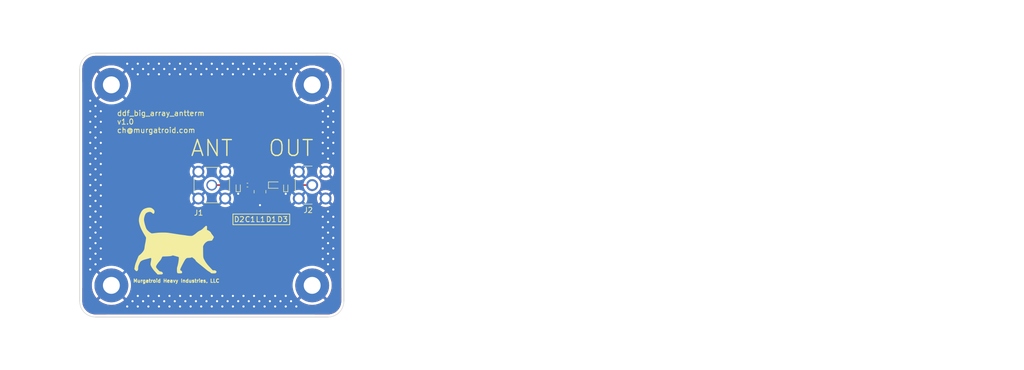
<source format=kicad_pcb>
(kicad_pcb (version 20211014) (generator pcbnew)
  (layers (0 "F.Cu" signal) (1 "In1.Cu" signal) (2 "In2.Cu" signal) (31 "B.Cu" signal) (34 "B.Paste" user) (35 "F.Paste" user) (36 "B.SilkS" user "B.Silkscreen") (37 "F.SilkS" user "F.Silkscreen") (38 "B.Mask" user) (39 "F.Mask" user) (44 "Edge.Cuts" user))
  (net 0 "")
  (net 1 "/ANT")
  (net 2 "/RET")
  (net 3 "/OUT")
  (net 4 "GND")
  (footprint "Diode_SMD:D_SOD-923" (layer "F.Cu") (at 119 65.45 90)
    (fp_text reference "D3" (at -6.05 -0.6 180) (layer "F.SilkS"))
    (fp_text value "ESD7951ST5G")
    (fp_line (start 0.5 -0.4) (end -0.8 -0.4) (layer "F.SilkS") (width 0.12))
    (fp_line (start 0.5 0.4) (end -0.8 0.4) (layer "F.SilkS") (width 0.12))
    (fp_line (start -0.8 -0.4) (end -0.8 0.4) (layer "F.SilkS") (width 0.12))
    (pad "1" smd rect (at -0.42 0 270) (size 0.36 0.25) (layers "F.Cu" "F.Paste" "F.Mask") (net 4 "GND"))
    (pad "2" smd rect (at 0.42 0 270) (size 0.36 0.25) (layers "F.Cu" "F.Paste" "F.Mask") (net 3 "/OUT"))
  )
  (footprint "ch:SMA_Horizontal" (layer "F.Cu") (at 124 65 180)
    (fp_text reference "J2" (at 0.75 -4.75 180) (layer "F.SilkS"))
    (fp_text value "Conn_Coaxial")
    (fp_line (start 0 3.6) (end 1.59 3.6) (layer "F.SilkS") (width 0.12))
    (fp_line (start 3.19 1.3) (end 3.19 -1.3) (layer "F.SilkS") (width 0.12))
    (fp_line (start 0 -3.6) (end 1.59 -3.6) (layer "F.SilkS") (width 0.12))
    (pad "1" thru_hole circle locked (at 0 0 180) (size 2.25 2.25) (drill 1.5) (layers *.Cu *.Mask) (net 3 "/OUT"))
    (pad "2" thru_hole circle locked (at -2.54 -2.54 180) (size 2.25 2.25) (drill 1.5) (layers *.Cu *.Mask) (net 4 "GND"))
    (pad "2" thru_hole circle locked (at -2.54 2.54 180) (size 2.25 2.25) (drill 1.5) (layers *.Cu *.Mask) (net 4 "GND"))
    (pad "2" thru_hole circle locked (at 2.54 2.54 270) (size 2.25 2.25) (drill 1.5) (layers *.Cu *.Mask) (net 4 "GND"))
    (pad "2" thru_hole circle locked (at 2.54 -2.54 180) (size 2.25 2.25) (drill 1.5) (layers *.Cu *.Mask) (net 4 "GND"))
  )
  (footprint "MountingHole:MountingHole_3.2mm_M3_Pad_TopBottom" (layer "F.Cu") (at 86 46)
    (fp_text reference "H2" hide)
    (fp_text value "MountingHole")
    (pad "1" connect circle locked (at 0 0) (size 6.4 6.4) (layers "B.Cu" "B.Mask") (net 4 "GND"))
    (pad "1" connect circle locked (at 0 0) (size 6.4 6.4) (layers "F.Cu" "F.Mask") (net 4 "GND"))
    (pad "1" thru_hole circle locked (at 0 0) (size 3.6 3.6) (drill 3.2) (layers *.Cu *.Mask) (net 4 "GND"))
  )
  (footprint "Capacitor_SMD:C_0402_1005Metric" (layer "F.Cu") (at 111.75 65)
    (fp_text reference "C1" (at 0.5 6.5) (layer "F.SilkS"))
    (fp_text value "390p NP0 50V")
    (fp_line (start -0.107836 0.36) (end 0.107836 0.36) (layer "F.SilkS") (width 0.12))
    (fp_line (start -0.107836 -0.36) (end 0.107836 -0.36) (layer "F.SilkS") (width 0.12))
    (pad "1" smd roundrect (at -0.48 0) (size 0.56 0.62) (layers "F.Cu" "F.Paste" "F.Mask") (net 1 "/ANT"))
    (pad "2" smd roundrect (at 0.48 0) (size 0.56 0.62) (layers "F.Cu" "F.Paste" "F.Mask") (net 2 "/RET"))
  )
  (footprint "MountingHole:MountingHole_3.2mm_M3_Pad_TopBottom" (layer "F.Cu") (at 124 46)
    (fp_text reference "H4" hide)
    (fp_text value "MountingHole")
    (pad "1" connect circle locked (at 0 0) (size 6.4 6.4) (layers "F.Cu" "F.Mask") (net 4 "GND"))
    (pad "1" thru_hole circle locked (at 0 0) (size 3.6 3.6) (drill 3.2) (layers *.Cu *.Mask) (net 4 "GND"))
    (pad "1" connect circle locked (at 0 0) (size 6.4 6.4) (layers "B.Cu" "B.Mask") (net 4 "GND"))
  )
  (footprint "Diode_SMD:D_SOD-523" (layer "F.Cu") (at 116.875 65)
    (fp_text reference "D1" (at -0.625 6.5) (layer "F.SilkS"))
    (fp_text value "SMP1340")
    (fp_line (start 0.7 0.6) (end -1.15 0.6) (layer "F.SilkS") (width 0.12))
    (fp_line (start 0.7 -0.6) (end -1.15 -0.6) (layer "F.SilkS") (width 0.12))
    (fp_line (start -1.15 -0.6) (end -1.15 0.6) (layer "F.SilkS") (width 0.12))
    (pad "1" smd rect (at -0.7 0 180) (size 0.6 0.7) (layers "F.Cu" "F.Paste" "F.Mask") (net 2 "/RET"))
    (pad "2" smd rect (at 0.7 0 180) (size 0.6 0.7) (layers "F.Cu" "F.Paste" "F.Mask") (net 3 "/OUT"))
  )
  (footprint "ch:SMA_Molex-73391-0070_Vertical" (layer "F.Cu") (at 105 65)
    (fp_text reference "J1" (at -2.5 5.25) (layer "F.SilkS"))
    (fp_text value "Conn_Coaxial")
    (fp_line (start -1.45 3.355) (end 1.45 3.355) (layer "F.SilkS") (width 0.12))
    (fp_line (start -3.355 -1.45) (end -3.355 1.45) (layer "F.SilkS") (width 0.12))
    (fp_line (start -1.45 -3.355) (end 1.45 -3.355) (layer "F.SilkS") (width 0.12))
    (fp_line (start 3.355 -1.45) (end 3.355 1.45) (layer "F.SilkS") (width 0.12))
    (pad "1" thru_hole circle locked (at 0 0) (size 2.05 2.05) (drill 1.5) (layers *.Cu *.Mask) (net 1 "/ANT"))
    (pad "2" thru_hole circle locked (at 2.54 2.54) (size 2.25 2.25) (drill 1.5) (layers *.Cu *.Mask) (net 4 "GND"))
    (pad "2" thru_hole circle locked (at 2.54 -2.54) (size 2.25 2.25) (drill 1.5) (layers *.Cu *.Mask) (net 4 "GND"))
    (pad "2" thru_hole circle locked (at -2.54 -2.54) (size 2.25 2.25) (drill 1.5) (layers *.Cu *.Mask) (net 4 "GND"))
    (pad "2" thru_hole circle locked (at -2.54 2.54) (size 2.25 2.25) (drill 1.5) (layers *.Cu *.Mask) (net 4 "GND"))
  )
  (footprint "ch:IMC1008" (layer "F.Cu") (at 114.125 66.25 -90)
    (fp_text reference "L1" (at 5.25 -0.1) (layer "F.SilkS"))
    (fp_text value "560n")
    (fp_line (start -0.261252 -1.11) (end 0.261252 -1.11) (layer "F.SilkS") (width 0.12))
    (fp_line (start -0.261252 1.11) (end 0.261252 1.11) (layer "F.SilkS") (width 0.12))
    (pad "1" smd roundrect (at -1.25 0 90) (size 1.3 2.54) (layers "F.Cu" "F.Paste" "F.Mask") (roundrect_rratio 0.2) (net 2 "/RET"))
    (pad "2" smd roundrect (at 1.25 0 270) (size 1.3 2.54) (layers "F.Cu" "F.Paste" "F.Mask") (roundrect_rratio 0.2) (net 4 "GND"))
  )
  (footprint "MountingHole:MountingHole_3.2mm_M3_Pad_TopBottom" (layer "F.Cu") (at 86 84)
    (fp_text reference "H3" hide)
    (fp_text value "MountingHole")
    (pad "1" thru_hole circle locked (at 0 0) (size 3.6 3.6) (drill 3.2) (layers *.Cu *.Mask) (net 4 "GND"))
    (pad "1" connect circle locked (at 0 0) (size 6.4 6.4) (layers "B.Cu" "B.Mask") (net 4 "GND"))
    (pad "1" connect circle locked (at 0 0) (size 6.4 6.4) (layers "F.Cu" "F.Mask") (net 4 "GND"))
  )
  (footprint "Diode_SMD:D_SOD-923" (layer "F.Cu") (at 110 65.44 90)
    (fp_text reference "D2" (at -6.06 0.2 180) (layer "F.SilkS"))
    (fp_text value "ESD7951ST5G")
    (fp_line (start 0.5 -0.4) (end -0.8 -0.4) (layer "F.SilkS") (width 0.12))
    (fp_line (start -0.8 -0.4) (end -0.8 0.4) (layer "F.SilkS") (width 0.12))
    (fp_line (start 0.5 0.4) (end -0.8 0.4) (layer "F.SilkS") (width 0.12))
    (pad "1" smd rect (at -0.42 0 270) (size 0.36 0.25) (layers "F.Cu" "F.Paste" "F.Mask") (net 4 "GND"))
    (pad "2" smd rect (at 0.42 0 270) (size 0.36 0.25) (layers "F.Cu" "F.Paste" "F.Mask") (net 1 "/ANT"))
  )
  (footprint "MountingHole:MountingHole_3.2mm_M3_Pad_TopBottom" (layer "F.Cu") (at 124 84)
    (fp_text reference "H1" hide)
    (fp_text value "MountingHole")
    (pad "1" connect circle locked (at 0 0) (size 6.4 6.4) (layers "F.Cu" "F.Mask") (net 4 "GND"))
    (pad "1" thru_hole circle locked (at 0 0) (size 3.6 3.6) (drill 3.2) (layers *.Cu *.Mask) (net 4 "GND"))
    (pad "1" connect circle locked (at 0 0) (size 6.4 6.4) (layers "B.Cu" "B.Mask") (net 4 "GND"))
  )
  (gr_rect (start 109 70.484) (end 119.75 72.5) (layer "F.SilkS") (width 0.15) (fill none))
  (gr_poly (pts (xy 92.737201 69.314506) (xy 92.619491 69.34756) (xy 92.510511 69.381848) (xy 92.409649 69.417836) (xy 92.316295 69.455992) (xy 92.22984 69.496782) (xy 92.149672 69.540673) (xy 92.075182 69.588132) (xy 92.00576 69.639626) (xy 91.940796 69.695622) (xy 91.879678 69.756587) (xy 91.821798 69.822989) (xy 91.766544 69.895293) (xy 91.713307 69.973967) (xy 91.661476 70.059477) (xy 91.610442 70.152292) (xy 91.559593 70.252877) (xy 91.506723 70.365875) (xy 91.458182 70.477928) (xy 91.413963 70.589025) (xy 91.374062 70.699156) (xy 91.338472 70.808309) (xy 91.307187 70.916473) (xy 91.280203 71.023638) (xy 91.257512 71.129792) (xy 91.239109 71.234926) (xy 91.224989 71.339026) (xy 91.215145 71.442084) (xy 91.209572 71.544088) (xy 91.208264 71.645026) (xy 91.211214 71.744889) (xy 91.218418 71.843664) (xy 91.22987 71.941342) (xy 91.252117 72.07718) (xy 91.278211 72.2119) (xy 91.308347 72.346) (xy 91.342724 72.479981) (xy 91.381536 72.61434) (xy 91.424981 72.749579) (xy 91.473254 72.886196) (xy 91.526554 73.024692) (xy 91.585075 73.165564) (xy 91.649015 73.309314) (xy 91.718569 73.456441) (xy 91.793936 73.607443) (xy 91.87531 73.762821) (xy 91.962889 73.923074) (xy 92.056869 74.088702) (xy 92.157446 74.260203) (xy 92.563211 74.941399) (xy 92.537811 75.242231) (xy 92.530604 75.311707) (xy 92.52016 75.393113) (xy 92.506992 75.483433) (xy 92.491615 75.579654) (xy 92.47454 75.678762) (xy 92.456283 75.777744) (xy 92.437356 75.873586) (xy 92.418272 75.963274) (xy 92.397969 76.053945) (xy 92.378036 76.152598) (xy 92.358859 76.256005) (xy 92.340822 76.360942) (xy 92.30971 76.5625) (xy 92.297404 76.652669) (xy 92.28778 76.731464) (xy 92.278647 76.809016) (xy 92.26773 76.885841) (xy 92.255284 76.960541) (xy 92.241564 77.03172) (xy 92.226824 77.09798) (xy 92.211319 77.157924) (xy 92.195305 77.210155) (xy 92.187186 77.232941) (xy 92.179036 77.253275) (xy 92.15378 77.30727) (xy 92.125624 77.361865) (xy 92.094635 77.416981) (xy 92.060884 77.472539) (xy 92.024437 77.528457) (xy 91.985365 77.584656) (xy 91.943735 77.641056) (xy 91.899616 77.697577) (xy 91.853077 77.754138) (xy 91.804186 77.810661) (xy 91.753012 77.867065) (xy 91.699623 77.923269) (xy 91.644089 77.979195) (xy 91.586477 78.034761) (xy 91.526856 78.089889) (xy 91.465296 78.144497) (xy 91.142875 78.42358) (xy 90.910941 78.996033) (xy 90.695562 79.537611) (xy 90.622027 79.731658) (xy 90.565819 79.890966) (xy 90.522856 80.027854) (xy 90.489058 80.154638) (xy 90.460342 80.283635) (xy 90.432627 80.427164) (xy 90.405305 80.579691) (xy 90.379664 80.712498) (xy 90.358756 80.811342) (xy 90.351031 80.843577) (xy 90.345632 80.861981) (xy 90.344388 80.867809) (xy 90.34468 80.875052) (xy 90.346434 80.883618) (xy 90.349573 80.893412) (xy 90.3597 80.916316) (xy 90.37445 80.943022) (xy 90.393213 80.972786) (xy 90.415379 81.004866) (xy 90.440335 81.038518) (xy 90.467473 81.072998) (xy 90.496181 81.107564) (xy 90.525848 81.141473) (xy 90.555864 81.17398) (xy 90.585618 81.204344) (xy 90.614499 81.23182) (xy 90.641898 81.255666) (xy 90.667202 81.275139) (xy 90.678878 81.283002) (xy 90.689802 81.289494) (xy 90.698445 81.293587) (xy 90.707365 81.297031) (xy 90.716542 81.299836) (xy 90.725956 81.302013) (xy 90.735588 81.303571) (xy 90.745416 81.30452) (xy 90.755422 81.30487) (xy 90.765586 81.304632) (xy 90.775887 81.303815) (xy 90.786306 81.302429) (xy 90.796823 81.300485) (xy 90.807417 81.297991) (xy 90.81807 81.294959) (xy 90.828762 81.291397) (xy 90.839471 81.287317) (xy 90.850179 81.282727) (xy 90.871512 81.272061) (xy 90.892599 81.259479) (xy 90.913283 81.24506) (xy 90.933404 81.228884) (xy 90.952803 81.211031) (xy 90.971322 81.191581) (xy 90.9888 81.170613) (xy 90.9971 81.159585) (xy 91.00508 81.148207) (xy 91.012941 81.134831) (xy 91.020222 81.120406) (xy 91.02694 81.104822) (xy 91.033112 81.087966) (xy 91.038752 81.069728) (xy 91.043876 81.049997) (xy 91.048502 81.028661) (xy 91.052645 81.005609) (xy 91.056321 80.980731) (xy 91.059546 80.953914) (xy 91.062336 80.925049) (xy 91.064708 80.894023) (xy 91.066676 80.860725) (xy 91.068258 80.825045) (xy 91.069469 80.786872) (xy 91.070326 80.746093) (xy 91.071401 80.650441) (xy 91.073 80.608213) (xy 91.075533 80.56869) (xy 91.079169 80.531102) (xy 91.084081 80.494678) (xy 91.090436 80.458648) (xy 91.098405 80.422243) (xy 91.108158 80.384692) (xy 91.119866 80.345224) (xy 91.133697 80.303071) (xy 91.149823 80.25746) (xy 91.189636 80.152789) (xy 91.240665 80.02505) (xy 91.276823 79.939791) (xy 91.314012 79.856614) (xy 91.351209 79.7776) (xy 91.387389 79.704832) (xy 91.421531 79.64039) (xy 91.452611 79.586357) (xy 91.479605 79.544815) (xy 91.491251 79.529378) (xy 91.501491 79.517844) (xy 91.53965 79.480147) (xy 91.579734 79.444367) (xy 91.622219 79.410297) (xy 91.667583 79.37773) (xy 91.716303 79.346459) (xy 91.768857 79.316276) (xy 91.825721 79.286975) (xy 91.887372 79.258347) (xy 91.954289 79.230187) (xy 92.026947 79.202287) (xy 92.105825 79.174439) (xy 92.191399 79.146436) (xy 92.284146 79.118072) (xy 92.384544 79.089138) (xy 92.49307 79.059429) (xy 92.610201 79.028736) (xy 92.864337 78.963393) (xy 93.088931 78.902827) (xy 93.259858 78.854495) (xy 93.352992 78.825853) (xy 93.369202 78.820176) (xy 93.383925 78.81536) (xy 93.397288 78.811422) (xy 93.409418 78.808378) (xy 93.420443 78.806244) (xy 93.430491 78.805038) (xy 93.435188 78.804788) (xy 93.439688 78.804776) (xy 93.444008 78.805003) (xy 93.448163 78.805473) (xy 93.452169 78.806187) (xy 93.456042 78.807147) (xy 93.459798 78.808356) (xy 93.463454 78.809815) (xy 93.467024 78.811526) (xy 93.470525 78.813492) (xy 93.473972 78.815715) (xy 93.477383 78.818196) (xy 93.484155 78.823942) (xy 93.490969 78.830747) (xy 93.497953 78.838629) (xy 93.505234 78.847602) (xy 93.511138 78.8558) (xy 93.516616 78.864121) (xy 93.521668 78.872626) (xy 93.526293 78.881375) (xy 93.530491 78.890429) (xy 93.53426 78.899848) (xy 93.5376 78.909693) (xy 93.540511 78.920024) (xy 93.542991 78.930901) (xy 93.545041 78.942384) (xy 93.546659 78.954535) (xy 93.547845 78.967413) (xy 93.548598 78.981078) (xy 93.548918 78.995592) (xy 93.548804 79.011014) (xy 93.548255 79.027406) (xy 93.54585 79.063336) (xy 93.541699 79.103866) (xy 93.535797 79.14948) (xy 93.528138 79.200659) (xy 93.518717 79.257887) (xy 93.50753 79.321647) (xy 93.49457 79.392422) (xy 93.479833 79.470695) (xy 93.465283 79.548105) (xy 93.451712 79.626702) (xy 93.439418 79.704279) (xy 93.428696 79.778631) (xy 93.419842 79.84755) (xy 93.413151 79.90883) (xy 93.408919 79.960266) (xy 93.407443 79.99965) (xy 93.408628 80.031073) (xy 93.412165 80.064178) (xy 93.418029 80.098927) (xy 93.426195 80.135283) (xy 93.449332 80.212661) (xy 93.481374 80.296012) (xy 93.522119 80.38503) (xy 93.571367 80.479414) (xy 93.628915 80.578862) (xy 93.694562 80.683069) (xy 93.768107 80.791734) (xy 93.849347 80.904553) (xy 93.93808 81.021225) (xy 94.034106 81.141445) (xy 94.137223 81.264912) (xy 94.247229 81.391322) (xy 94.363923 81.520373) (xy 94.487102 81.651762) (xy 94.766026 81.945291) (xy 95.197191 81.934495) (xy 95.335503 81.930598) (xy 95.441497 81.926267) (xy 95.484061 81.923594) (xy 95.520569 81.9204) (xy 95.551694 81.916545) (xy 95.578112 81.911893) (xy 95.600496 81.906304) (xy 95.619522 81.899642) (xy 95.635863 81.891769) (xy 95.650194 81.882546) (xy 95.663189 81.871836) (xy 95.675523 81.8595) (xy 95.700905 81.829402) (xy 95.711777 81.813824) (xy 95.721308 81.799583) (xy 95.729512 81.786489) (xy 95.736405 81.774351) (xy 95.742004 81.762978) (xy 95.744322 81.757518) (xy 95.746323 81.752178) (xy 95.748008 81.746933) (xy 95.74938 81.74176) (xy 95.750439 81.736635) (xy 95.751189 81.731533) (xy 95.75163 81.726432) (xy 95.751766 81.721307) (xy 95.751598 81.716134) (xy 95.751128 81.710889) (xy 95.750358 81.705549) (xy 95.74929 81.700089) (xy 95.747926 81.694486) (xy 95.746267 81.688716) (xy 95.742077 81.676578) (xy 95.736734 81.663484) (xy 95.730254 81.649243) (xy 95.722653 81.633664) (xy 95.715655 81.619905) (xy 95.708233 81.606486) (xy 95.70039 81.593411) (xy 95.692128 81.58068) (xy 95.683449 81.568295) (xy 95.674354 81.556256) (xy 95.664847 81.544566) (xy 95.654929 81.533225) (xy 95.644602 81.522234) (xy 95.633867 81.511596) (xy 95.622728 81.501311) (xy 95.611186 81.49138) (xy 95.599242 81.481805) (xy 95.5869 81.472588) (xy 95.57416 81.463728) (xy 95.561026 81.455228) (xy 95.547499 81.44709) (xy 95.53358 81.439313) (xy 95.519273 81.4319) (xy 95.504578 81.424851) (xy 95.489499 81.418169) (xy 95.474037 81.411854) (xy 95.441971 81.400331) (xy 95.408398 81.390292) (xy 95.373333 81.381748) (xy 95.336792 81.374709) (xy 95.298791 81.369186) (xy 95.267234 81.364475) (xy 95.2387 81.359559) (xy 95.212564 81.353975) (xy 95.200199 81.350788) (xy 95.188199 81.347261) (xy 95.176485 81.343337) (xy 95.164979 81.338956) (xy 95.153603 81.334063) (xy 95.142278 81.328598) (xy 95.130927 81.322504) (xy 95.11947 81.315724) (xy 95.10783 81.308199) (xy 95.095928 81.299872) (xy 95.083686 81.290685) (xy 95.071026 81.28058) (xy 95.05787 81.2695) (xy 95.044138 81.257387) (xy 95.014638 81.22983) (xy 94.981899 81.197446) (xy 94.945295 81.159775) (xy 94.9042 81.116353) (xy 94.806031 81.010412) (xy 94.697502 80.891176) (xy 94.652124 80.839176) (xy 94.612316 80.79156) (xy 94.577815 80.747808) (xy 94.548354 80.707399) (xy 94.523668 80.669814) (xy 94.503493 80.634531) (xy 94.487563 80.601031) (xy 94.475614 80.568792) (xy 94.467379 80.537294) (xy 94.462595 80.506018) (xy 94.460996 80.474442) (xy 94.462316 80.442046) (xy 94.466291 80.408309) (xy 94.472656 80.372712) (xy 94.481706 80.340181) (xy 94.4976 80.300201) (xy 94.519797 80.253557) (xy 94.547757 80.201035) (xy 94.580938 80.143418) (xy 94.618799 80.081493) (xy 94.660798 80.016045) (xy 94.706396 79.947858) (xy 94.75505 79.877718) (xy 94.806219 79.806409) (xy 94.859362 79.734717) (xy 94.913939 79.663427) (xy 94.969408 79.593324) (xy 95.025227 79.525193) (xy 95.080857 79.459819) (xy 95.135755 79.397987) (xy 95.165778 79.364781) (xy 95.194733 79.331674) (xy 95.222659 79.298597) (xy 95.249591 79.265481) (xy 95.275568 79.232256) (xy 95.300628 79.198855) (xy 95.324806 79.165209) (xy 95.348142 79.131248) (xy 95.370673 79.096903) (xy 95.392435 79.062107) (xy 95.413467 79.02679) (xy 95.433805 78.990883) (xy 95.453488 78.954318) (xy 95.472552 78.917025) (xy 95.491036 78.878936) (xy 95.508976 78.839981) (xy 95.552112 78.748867) (xy 95.570723 78.710951) (xy 95.587689 78.677717) (xy 95.603253 78.648857) (xy 95.617659 78.624065) (xy 95.631151 78.60303) (xy 95.643973 78.585446) (xy 95.656369 78.571004) (xy 95.668583 78.559396) (xy 95.680859 78.550313) (xy 95.693441 78.543449) (xy 95.706572 78.538494) (xy 95.720498 78.535141) (xy 95.73546 78.533081) (xy 95.751705 78.532006) (xy 96.475116 78.507519) (xy 96.741318 78.49439) (xy 96.954613 78.479936) (xy 97.123074 78.463607) (xy 97.254772 78.444852) (xy 97.35778 78.423121) (xy 97.44017 78.397862) (xy 97.646704 78.321821) (xy 97.965474 78.412468) (xy 98.449282 78.545988) (xy 98.590644 78.588401) (xy 98.641336 78.605863) (xy 98.680663 78.621719) (xy 98.710094 78.63664) (xy 98.7311 78.651294) (xy 98.745152 78.666351) (xy 98.75372 78.682478) (xy 98.758274 78.700347) (xy 98.760284 78.720624) (xy 98.762557 78.771083) (xy 98.764569 78.826406) (xy 98.762668 78.897224) (xy 98.748471 79.077029) (xy 98.722639 79.293855) (xy 98.687846 79.531059) (xy 98.646764 79.771999) (xy 98.602068 80.000031) (xy 98.556431 80.198514) (xy 98.534095 80.281474) (xy 98.512526 80.350805) (xy 98.480937 80.447203) (xy 98.467811 80.490344) (xy 98.456324 80.531083) (xy 98.446367 80.570146) (xy 98.437835 80.608262) (xy 98.430621 80.646156) (xy 98.424618 80.684557) (xy 98.419721 80.724191) (xy 98.415822 80.765786) (xy 98.412815 80.810068) (xy 98.410594 80.857766) (xy 98.408082 80.966314) (xy 98.407434 81.097248) (xy 98.407882 81.227868) (xy 98.409649 81.331781) (xy 98.413369 81.413191) (xy 98.41616 81.446771) (xy 98.419677 81.476302) (xy 98.424 81.50231) (xy 98.429208 81.52532) (xy 98.435379 81.545858) (xy 98.442594 81.564448) (xy 98.450932 81.581617) (xy 98.460472 81.597891) (xy 98.471293 81.613794) (xy 98.483475 81.629853) (xy 98.496495 81.645849) (xy 98.502678 81.653119) (xy 98.508742 81.659924) (xy 98.514761 81.66628) (xy 98.520807 81.672202) (xy 98.526954 81.677705) (xy 98.533277 81.682804) (xy 98.539849 81.687516) (xy 98.546743 81.691854) (xy 98.554033 81.695836) (xy 98.561793 81.699475) (xy 98.570097 81.702787) (xy 98.579017 81.705787) (xy 98.588629 81.708492) (xy 98.599004 81.710915) (xy 98.610218 81.713073) (xy 98.622344 81.714981) (xy 98.635455 81.716654) (xy 98.649625 81.718107) (xy 98.664928 81.719356) (xy 98.681437 81.720416) (xy 98.699227 81.721302) (xy 98.71837 81.72203) (xy 98.761011 81.723072) (xy 98.809952 81.723665) (xy 98.86578 81.723931) (xy 98.929086 81.723992) (xy 99.068347 81.722818) (xy 99.125963 81.720985) (xy 99.176227 81.717994) (xy 99.219633 81.713603) (xy 99.256674 81.707567) (xy 99.287844 81.699642) (xy 99.301382 81.694894) (xy 99.313638 81.689583) (xy 99.324672 81.683677) (xy 99.334548 81.677147) (xy 99.343325 81.669961) (xy 99.351068 81.662089) (xy 99.357836 81.6535) (xy 99.363692 81.644165) (xy 99.368697 81.634052) (xy 99.372914 81.623131) (xy 99.379227 81.598743) (xy 99.383125 81.570757) (xy 99.385102 81.538928) (xy 99.385651 81.503012) (xy 99.385345 81.483926) (xy 99.384397 81.466007) (xy 99.382757 81.449148) (xy 99.38038 81.433244) (xy 99.377216 81.41819) (xy 99.373219 81.403879) (xy 99.368341 81.390206) (xy 99.362533 81.377064) (xy 99.355749 81.364349) (xy 99.34794 81.351954) (xy 99.33906 81.339773) (xy 99.329059 81.327701) (xy 99.317891 81.315631) (xy 99.305509 81.303459) (xy 99.291863 81.291078) (xy 99.276907 81.278382) (xy 99.265762 81.268827) (xy 99.254122 81.25926) (xy 99.229763 81.240361) (xy 99.204638 81.222236) (xy 99.179554 81.205436) (xy 99.167279 81.197705) (xy 99.155317 81.190511) (xy 99.14377 81.183924) (xy 99.132737 81.178012) (xy 99.12232 81.172844) (xy 99.11262 81.168489) (xy 99.103737 81.165016) (xy 99.095773 81.162494) (xy 99.082537 81.157456) (xy 99.070706 81.151134) (xy 99.060304 81.143451) (xy 99.051357 81.134332) (xy 99.043887 81.123701) (xy 99.037921 81.111482) (xy 99.033483 81.097599) (xy 99.030597 81.081978) (xy 99.029287 81.064542) (xy 99.029578 81.045215) (xy 99.031495 81.023922) (xy 99.035063 81.000588) (xy 99.040305 80.975135) (xy 99.047246 80.94749) (xy 99.055912 80.917576) (xy 99.066325 80.885317) (xy 99.078512 80.850637) (xy 99.092496 80.813462) (xy 99.108302 80.773715) (xy 99.125955 80.73132) (xy 99.145478 80.686203) (xy 99.166897 80.638287) (xy 99.215521 80.533755) (xy 99.272021 80.41712) (xy 99.336593 80.287775) (xy 99.409436 80.145117) (xy 99.490743 79.988538) (xy 99.687543 79.614534) (xy 99.771489 79.460784) (xy 99.847606 79.327307) (xy 99.917245 79.212679) (xy 99.981761 79.115479) (xy 100.042508 79.034285) (xy 100.100839 78.967676) (xy 100.158108 78.914228) (xy 100.215668 78.87252) (xy 100.274873 78.841131) (xy 100.337076 78.818637) (xy 100.403632 78.803617) (xy 100.475894 78.794649) (xy 100.555215 78.790311) (xy 100.64295 78.789181) (xy 100.708048 78.788169) (xy 100.772284 78.785161) (xy 100.834813 78.780199) (xy 100.894787 78.773326) (xy 100.951361 78.764586) (xy 101.003687 78.75402) (xy 101.027993 78.748067) (xy 101.05092 78.741673) (xy 101.072361 78.734844) (xy 101.092212 78.727586) (xy 101.26255 78.669642) (xy 101.494486 78.836329) (xy 101.541499 78.870033) (xy 101.587245 78.904413) (xy 101.631481 78.939211) (xy 101.673962 78.974164) (xy 101.714445 79.009014) (xy 101.752687 79.043498) (xy 101.788443 79.077358) (xy 101.82147 79.110332) (xy 101.851525 79.14216) (xy 101.878362 79.172582) (xy 101.90174 79.201337) (xy 101.921413 79.228165) (xy 101.937139 79.252804) (xy 101.948674 79.274996) (xy 101.955773 79.294479) (xy 101.957584 79.303123) (xy 101.958194 79.310993) (xy 101.958918 79.317874) (xy 101.961144 79.325674) (xy 101.964949 79.334465) (xy 101.970414 79.344314) (xy 101.977617 79.355292) (xy 101.986637 79.367468) (xy 101.997554 79.380912) (xy 102.010445 79.395693) (xy 102.042469 79.429547) (xy 102.083341 79.469587) (xy 102.133692 79.516368) (xy 102.194156 79.57045) (xy 102.265363 79.632387) (xy 102.347945 79.702738) (xy 102.442535 79.782058) (xy 102.549763 79.870906) (xy 102.670263 79.969838) (xy 102.804665 80.079411) (xy 103.117704 80.332707) (xy 104.095921 81.129791) (xy 104.138669 81.165496) (xy 104.184424 81.201268) (xy 104.231786 81.236177) (xy 104.279357 81.269292) (xy 104.325736 81.299684) (xy 104.369526 81.326423) (xy 104.390013 81.338131) (xy 104.409328 81.348577) (xy 104.427296 81.357644) (xy 104.443742 81.365217) (xy 104.459378 81.372708) (xy 104.476295 81.381529) (xy 104.494325 81.391563) (xy 104.513307 81.402692) (xy 104.553463 81.42777) (xy 104.595448 81.455824) (xy 104.637946 81.485917) (xy 104.679642 81.517111) (xy 104.719222 81.548469) (xy 104.755369 81.579053) (xy 104.922056 81.723992) (xy 105.309883 81.723992) (xy 105.43495 81.723637) (xy 105.531092 81.721837) (xy 105.570002 81.72005) (xy 105.603704 81.717488) (xy 105.632872 81.714012) (xy 105.658181 81.709487) (xy 105.680305 81.703772) (xy 105.699919 81.69673) (xy 105.717696 81.688224) (xy 105.734312 81.678116) (xy 105.75044 81.666267) (xy 105.766755 81.65254) (xy 105.802644 81.6189) (xy 105.826794 81.59306) (xy 105.837624 81.580598) (xy 105.84762 81.568414) (xy 105.856782 81.556487) (xy 105.865106 81.544797) (xy 105.87259 81.533323) (xy 105.879234 81.522045) (xy 105.885034 81.510942) (xy 105.889988 81.499993) (xy 105.894095 81.489178) (xy 105.897352 81.478477) (xy 105.899757 81.467869) (xy 105.901309 81.457333) (xy 105.902005 81.446849) (xy 105.901843 81.436396) (xy 105.900821 81.425954) (xy 105.898937 81.415502) (xy 105.896189 81.40502) (xy 105.892575 81.394487) (xy 105.888092 81.383882) (xy 105.88274 81.373185) (xy 105.876515 81.362376) (xy 105.869415 81.351433) (xy 105.86144 81.340337) (xy 105.852585 81.329066) (xy 105.84285 81.317601) (xy 105.832233 81.30592) (xy 105.808342 81.281831) (xy 105.780895 81.256633) (xy 105.760037 81.238654) (xy 105.740677 81.222679) (xy 105.72245 81.208591) (xy 105.70499 81.196276) (xy 105.696433 81.190745) (xy 105.68793 81.185614) (xy 105.679436 81.180868) (xy 105.670906 81.176492) (xy 105.662292 81.172471) (xy 105.653551 81.16879) (xy 105.644635 81.165437) (xy 105.635499 81.162395) (xy 105.626098 81.15965) (xy 105.616385 81.157188) (xy 105.606316 81.154993) (xy 105.595843 81.153053) (xy 105.573507 81.149874) (xy 105.549012 81.147534) (xy 105.521991 81.145917) (xy 105.492079 81.144906) (xy 105.458911 81.144385) (xy 105.422119 81.144237) (xy 105.193995 81.144237) (xy 104.904119 80.843565) (xy 104.681911 80.612226) (xy 104.488531 80.404488) (xy 104.320541 80.216104) (xy 104.174504 80.04283) (xy 104.04698 79.880421) (xy 103.989087 79.801964) (xy 103.934533 79.724631) (xy 103.882889 79.647891) (xy 103.833725 79.571214) (xy 103.741116 79.415926) (xy 103.617318 79.200401) (xy 103.567641 79.111044) (xy 103.525291 79.03005) (xy 103.489651 78.95449) (xy 103.460105 78.881435) (xy 103.447424 78.844931) (xy 103.436037 78.807954) (xy 103.425864 78.770139) (xy 103.41683 78.731119) (xy 103.408857 78.690528) (xy 103.401869 78.647999) (xy 103.390536 78.555666) (xy 103.382217 78.451189) (xy 103.376294 78.331639) (xy 103.372152 78.194087) (xy 103.369173 78.035602) (xy 103.364244 77.644118) (xy 103.353449 76.593351) (xy 103.476638 76.350623) (xy 103.502812 76.301425) (xy 103.531047 76.253047) (xy 103.561279 76.20555) (xy 103.593444 76.158992) (xy 103.627479 76.11343) (xy 103.663319 76.068924) (xy 103.700902 76.025533) (xy 103.740164 75.983315) (xy 103.78104 75.942328) (xy 103.823467 75.902631) (xy 103.867381 75.864283) (xy 103.912719 75.827343) (xy 103.959417 75.791868) (xy 104.007411 75.757918) (xy 104.056638 75.725551) (xy 104.107034 75.694826) (xy 104.132432 75.679905) (xy 104.157247 75.666332) (xy 104.181829 75.654012) (xy 104.206528 75.642848) (xy 104.231695 75.632746) (xy 104.257681 75.62361) (xy 104.284835 75.615343) (xy 104.313508 75.607851) (xy 104.344051 75.601039) (xy 104.376814 75.594809) (xy 104.412148 75.589068) (xy 104.450402 75.583719) (xy 104.491928 75.578667) (xy 104.537076 75.573815) (xy 104.63964 75.564334) (xy 104.78286 75.550305) (xy 104.90505 75.536275) (xy 104.954218 75.529688) (xy 104.993278 75.523615) (xy 105.020614 75.518226) (xy 105.029381 75.515842) (xy 105.03461 75.513693) (xy 105.038194 75.510138) (xy 105.043457 75.503688) (xy 105.050294 75.494501) (xy 105.058596 75.482736) (xy 105.079175 75.452111) (xy 105.104341 75.413085) (xy 105.133243 75.36693) (xy 105.165028 75.314918) (xy 105.198845 75.258322) (xy 105.233841 75.198415) (xy 105.276343 75.125307) (xy 105.311628 75.060568) (xy 105.326643 75.03119) (xy 105.339948 75.003728) (xy 105.351574 74.978124) (xy 105.361555 74.954317) (xy 105.369921 74.93225) (xy 105.376703 74.911864) (xy 105.381934 74.893099) (xy 105.385645 74.875897) (xy 105.387868 74.8602) (xy 105.388634 74.845947) (xy 105.387975 74.833081) (xy 105.385923 74.821543) (xy 105.382688 74.811334) (xy 105.377126 74.798513) (xy 105.369373 74.783264) (xy 105.359568 74.765772) (xy 105.34785 74.746223) (xy 105.334357 74.724801) (xy 105.302599 74.67708) (xy 105.265402 74.624091) (xy 105.223872 74.567315) (xy 105.179116 74.508231) (xy 105.132241 74.448321) (xy 105.08416 74.388137) (xy 105.038467 74.3282) (xy 104.996178 74.270127) (xy 104.95831 74.215534) (xy 104.925883 74.166039) (xy 104.899913 74.123258) (xy 104.889668 74.104891) (xy 104.881418 74.088808) (xy 104.875292 74.075212) (xy 104.871416 74.064305) (xy 104.867575 74.051367) (xy 104.862223 74.037738) (xy 104.855421 74.023473) (xy 104.847228 74.008622) (xy 104.837703 73.993238) (xy 104.826906 73.977374) (xy 104.801737 73.944414) (xy 104.772196 73.910161) (xy 104.738762 73.875035) (xy 104.701912 73.839453) (xy 104.662123 73.803836) (xy 104.619873 73.768602) (xy 104.57564 73.73417) (xy 104.529899 73.70096) (xy 104.48313 73.669389) (xy 104.435809 73.639879) (xy 104.388414 73.612846) (xy 104.341422 73.588712) (xy 104.295311 73.567893) (xy 104.092428 73.480899) (xy 104.103223 73.118631) (xy 104.106487 73.00112) (xy 104.107728 72.912321) (xy 104.107375 72.877467) (xy 104.106259 72.848324) (xy 104.104295 72.824405) (xy 104.101397 72.805219) (xy 104.09748 72.790279) (xy 104.092458 72.779095) (xy 104.086245 72.77118) (xy 104.078755 72.766043) (xy 104.069904 72.763196) (xy 104.059606 72.76215) (xy 104.047775 72.762417) (xy 104.034325 72.763508) (xy 104.025042 72.764539) (xy 104.01619 72.764906) (xy 104.00778 72.764624) (xy 104.003745 72.764244) (xy 103.999824 72.763709) (xy 103.996019 72.763019) (xy 103.992332 72.762177) (xy 103.988763 72.761185) (xy 103.985315 72.760045) (xy 103.981988 72.758758) (xy 103.978784 72.757328) (xy 103.975704 72.755755) (xy 103.97275 72.754042) (xy 103.969923 72.752191) (xy 103.967224 72.750204) (xy 103.964655 72.748083) (xy 103.962216 72.74583) (xy 103.959911 72.743446) (xy 103.957739 72.740935) (xy 103.955702 72.738297) (xy 103.953802 72.735536) (xy 103.95204 72.732652) (xy 103.950417 72.729648) (xy 103.948934 72.726526) (xy 103.947594 72.723288) (xy 103.946397 72.719936) (xy 103.945345 72.716472) (xy 103.944438 72.712897) (xy 103.94368 72.709215) (xy 103.942367 72.705201) (xy 103.940442 72.702007) (xy 103.939244 72.700722) (xy 103.937887 72.699647) (xy 103.936368 72.698784) (xy 103.934685 72.698135) (xy 103.93082 72.697482) (xy 103.926272 72.697703) (xy 103.921027 72.698811) (xy 103.915065 72.700819) (xy 103.90837 72.70374) (xy 103.900926 72.707587) (xy 103.892714 72.712374) (xy 103.883717 72.718114) (xy 103.873918 72.72482) (xy 103.863301 72.732506) (xy 103.851847 72.741184) (xy 103.83954 72.750867) (xy 103.812296 72.773305) (xy 103.781432 72.799924) (xy 103.746811 72.830832) (xy 103.708293 72.866132) (xy 103.665743 72.905932) (xy 103.619021 72.950337) (xy 103.567991 72.999453) (xy 103.512515 73.053385) (xy 103.387551 73.174882) (xy 103.283134 73.27318) (xy 103.236773 73.314984) (xy 103.193321 73.352614) (xy 103.152033 73.386611) (xy 103.112168 73.417518) (xy 103.072981 73.445876) (xy 103.03373 73.472228) (xy 102.993673 73.497114) (xy 102.952066 73.521078) (xy 102.908165 73.54466) (xy 102.861229 73.568402) (xy 102.755278 73.618535) (xy 102.66082 73.665343) (xy 102.616711 73.688473) (xy 102.574305 73.711682) (xy 102.533322 73.735166) (xy 102.493479 73.759122) (xy 102.454495 73.783746) (xy 102.416089 73.809234) (xy 102.377978 73.835782) (xy 102.339882 73.863587) (xy 102.301518 73.892845) (xy 102.262605 73.923752) (xy 102.222861 73.956505) (xy 102.182005 73.991299) (xy 102.095831 74.067798) (xy 102.027172 74.127605) (xy 101.95301 74.188739) (xy 101.875686 74.249504) (xy 101.797539 74.308205) (xy 101.720911 74.363149) (xy 101.648141 74.412641) (xy 101.58157 74.454984) (xy 101.55134 74.472946) (xy 101.523537 74.488486) (xy 101.443585 74.532015) (xy 101.408919 74.549957) (xy 101.376959 74.565557) (xy 101.347077 74.578967) (xy 101.318648 74.590343) (xy 101.291046 74.599839) (xy 101.263644 74.607608) (xy 101.235815 74.613806) (xy 101.206935 74.618585) (xy 101.176376 74.622101) (xy 101.143512 74.624507) (xy 101.107717 74.625959) (xy 101.068365 74.626609) (xy 100.976484 74.626122) (xy 100.909561 74.624646) (xy 100.830315 74.620415) (xy 100.741722 74.613724) (xy 100.64676 74.604869) (xy 100.548405 74.594147) (xy 100.449632 74.581853) (xy 100.35342 74.568283) (xy 100.262743 74.553732) (xy 100.070078 74.522419) (xy 99.857396 74.490748) (xy 99.650815 74.462471) (xy 99.476456 74.441337) (xy 99.257053 74.413757) (xy 98.927577 74.367499) (xy 98.532855 74.308352) (xy 98.117714 74.242106) (xy 97.213908 74.101665) (xy 96.897754 74.056969) (xy 96.639891 74.026067) (xy 96.416161 74.006544) (xy 96.202408 73.995982) (xy 95.974476 73.991964) (xy 95.708207 73.992075) (xy 95.519268 73.99328) (xy 95.33946 73.996949) (xy 95.166365 74.003167) (xy 94.997563 74.012018) (xy 94.830636 74.023584) (xy 94.663166 74.037951) (xy 94.492734 74.055201) (xy 94.316922 74.075419) (xy 93.650172 74.155111) (xy 93.454433 74.05367) (xy 93.406997 74.027702) (xy 93.356167 73.996404) (xy 93.302629 73.960392) (xy 93.247068 73.920283) (xy 93.190169 73.876692) (xy 93.132615 73.830235) (xy 93.075093 73.781529) (xy 93.018287 73.731189) (xy 92.962882 73.679832) (xy 92.909562 73.628073) (xy 92.859013 73.576528) (xy 92.81192 73.525814) (xy 92.768966 73.476546) (xy 92.730838 73.429341) (xy 92.698219 73.384814) (xy 92.671796 73.343581) (xy 92.632185 73.269736) (xy 92.591168 73.181339) (xy 92.54929 73.080398) (xy 92.5071 72.968917) (xy 92.465143 72.848902) (xy 92.423966 72.72236) (xy 92.34614 72.457717) (xy 92.277995 72.191035) (xy 92.223905 71.938361) (xy 92.203497 71.822292) (xy 92.188243 71.715743) (xy 92.17869 71.62072) (xy 92.175384 71.539229) (xy 92.178147 71.463023) (xy 92.18489 71.383094) (xy 92.195348 71.300299) (xy 92.209255 71.2155) (xy 92.226346 71.129556) (xy 92.246356 71.043327) (xy 92.269019 70.957672) (xy 92.29407 70.873451) (xy 92.321244 70.791524) (xy 92.350275 70.71275) (xy 92.380897 70.63799) (xy 92.412847 70.568103) (xy 92.445858 70.503948) (xy 92.479665 70.446386) (xy 92.514003 70.396276) (xy 92.548606 70.354477) (xy 92.565304 70.337317) (xy 92.58341 70.320498) (xy 92.623525 70.287983) (xy 92.668319 70.257123) (xy 92.717161 70.22811) (xy 92.769419 70.201135) (xy 92.824463 70.176389) (xy 92.881661 70.154064) (xy 92.940381 70.134351) (xy 92.999992 70.117441) (xy 93.059863 70.103527) (xy 93.119362 70.092799) (xy 93.177858 70.085448) (xy 93.23472 70.081667) (xy 93.289317 70.081646) (xy 93.341016 70.085577) (xy 93.365582 70.089084) (xy 93.389187 70.093651) (xy 93.413892 70.099893) (xy 93.439014 70.107683) (xy 93.464462 70.116956) (xy 93.490147 70.127651) (xy 93.515979 70.139702) (xy 93.541868 70.153047) (xy 93.567724 70.167623) (xy 93.593458 70.183364) (xy 93.61898 70.20021) (xy 93.644201 70.218094) (xy 93.669029 70.236955) (xy 93.693377 70.256729) (xy 93.717153 70.277352) (xy 93.740268 70.298761) (xy 93.762632 70.320892) (xy 93.784156 70.343682) (xy 93.794153 70.354165) (xy 93.804421 70.363886) (xy 93.814936 70.372848) (xy 93.825671 70.381051) (xy 93.836603 70.388499) (xy 93.847706 70.395193) (xy 93.858954 70.401135) (xy 93.870323 70.406326) (xy 93.881787 70.41077) (xy 93.893322 70.414468) (xy 93.904901 70.417421) (xy 93.9165 70.419632) (xy 93.928094 70.421103) (xy 93.939657 70.421835) (xy 93.951165 70.421831) (xy 93.962592 70.421093) (xy 93.973912 70.419622) (xy 93.985102 70.41742) (xy 93.996135 70.41449) (xy 94.006986 70.410833) (xy 94.017631 70.406452) (xy 94.028044 70.401347) (xy 94.0382 70.395522) (xy 94.048074 70.388978) (xy 94.05764 70.381717) (xy 94.066873 70.373741) (xy 94.075749 70.365052) (xy 94.084242 70.355652) (xy 94.092327 70.345543) (xy 94.099978 70.334726) (xy 94.107171 70.323205) (xy 94.11388 70.31098) (xy 94.125992 70.28465) (xy 94.136494 70.256174) (xy 94.145393 70.225865) (xy 94.152692 70.194035) (xy 94.158398 70.160998) (xy 94.162516 70.127067) (xy 94.165052 70.092554) (xy 94.16601 70.057773) (xy 94.165396 70.023037) (xy 94.163215 69.988658) (xy 94.159473 69.95495) (xy 94.154175 69.922226) (xy 94.147327 69.890798) (xy 94.138933 69.86098) (xy 94.129 69.833084) (xy 94.117532 69.807425) (xy 94.102268 69.781025) (xy 94.082608 69.75239) (xy 94.058992 69.721913) (xy 94.031859 69.689985) (xy 94.00165 69.656998) (xy 93.968805 69.623345) (xy 93.933765 69.589417) (xy 93.896969 69.555608) (xy 93.858857 69.522308) (xy 93.819871 69.489909) (xy 93.78045 69.458805) (xy 93.741034 69.429387) (xy 93.702064 69.402046) (xy 93.663979 69.377176) (xy 93.62722 69.355168) (xy 93.592228 69.336414) (xy 93.557124 69.320354) (xy 93.51732 69.306178) (xy 93.473299 69.293902) (xy 93.425546 69.283542) (xy 93.374542 69.275114) (xy 93.320771 69.268634) (xy 93.264717 69.264119) (xy 93.206863 69.261583) (xy 93.147691 69.261043) (xy 93.087686 69.262516) (xy 93.027329 69.266017) (xy 92.967106 69.271562) (xy 92.907498 69.279167) (xy 92.848989 69.288849) (xy 92.792062 69.300623) (xy 92.737201 69.314506)) (layer "F.SilkS") (width 0.001587) (fill solid))
  (gr_line locked (start 130 43) (end 130 87) (layer "Edge.Cuts") (width 0.15))
  (gr_arc locked (start 130 87) (mid 129.12132 89.12132) (end 127 90) (layer "Edge.Cuts") (width 0.1))
  (gr_arc locked (start 127 40) (mid 129.12132 40.87868) (end 130 43) (layer "Edge.Cuts") (width 0.1))
  (gr_arc locked (start 83 90) (mid 80.87868 89.12132) (end 80 87) (layer "Edge.Cuts") (width 0.1))
  (gr_line locked (start 80 87) (end 80 43) (layer "Edge.Cuts") (width 0.15))
  (gr_line locked (start 127 90) (end 83 90) (layer "Edge.Cuts") (width 0.15))
  (gr_arc locked (start 80 43) (mid 80.87868 40.87868) (end 83 40) (layer "Edge.Cuts") (width 0.1))
  (gr_line locked (start 83 40) (end 127 40) (layer "Edge.Cuts") (width 0.15))
  (gr_text "ANT" (at 105 58) (layer "F.SilkS") (effects (font (size 3 3) (thickness 0.25))))
  (gr_text "ddf_big_array_antterm\nv1.0\nch@murgatroid.com" (at 87 53) (layer "F.SilkS") (effects (font (size 1 1)) (justify left)))
  (gr_text "OUT" (at 120 58) (layer "F.SilkS") (effects (font (size 3 3) (thickness 0.25))))
  (gr_text "Murgatroid Heavy Industries, LLC" (at 98.290272 83.139703) (layer "F.SilkS") (effects (font (size 0.65 0.65))))
  (segment (start 105 65) (end 109.9875 65) (width 0.29337) (layer "F.Cu") (net 1))
  (segment (start 111.27 65) (end 110.0125 65) (width 0.29337) (layer "F.Cu") (net 1))
  (segment (start 116.175 65) (end 114.125 65) (width 0.29337) (layer "F.Cu") (net 2))
  (segment (start 112.23 65) (end 114.125 65) (width 0.29337) (layer "F.Cu") (net 2))
  (segment (start 117.575 65) (end 118.975 65) (width 0.29337) (layer "F.Cu") (net 3))
  (segment (start 124 65) (end 119.025 65) (width 0.29337) (layer "F.Cu") (net 3))
  (segment (start 119 65.87) (end 119 66.65) (width 0.25) (layer "F.Cu") (net 4))
  (segment (start 114.125 68.8) (end 114.125 67.5) (width 0.25) (layer "F.Cu") (net 4))
  (segment (start 110 65.86) (end 110 66.64) (width 0.25) (layer "F.Cu") (net 4))
  (via (at 119 66.65) (size 0.8) (drill 0.4) (layers "F.Cu" "B.Cu") (net 4))
  (via (at 112 87) (size 0.8) (drill 0.4) (layers "F.Cu" "B.Cu") (net 4))
  (via (at 97 42) (size 0.8) (drill 0.4) (layers "F.Cu" "B.Cu") (net 4))
  (via (at 127 56) (size 0.8) (drill 0.4) (layers "F.Cu" "B.Cu") (net 4))
  (via (at 83 70) (size 0.8) (drill 0.4) (layers "F.Cu" "B.Cu") (net 4))
  (via (at 101 42) (size 0.8) (drill 0.4) (layers "F.Cu" "B.Cu") (net 4))
  (via (at 83 80) (size 0.8) (drill 0.4) (layers "F.Cu" "B.Cu") (net 4))
  (via (at 82 65) (size 0.8) (drill 0.4) (layers "F.Cu" "B.Cu") (net 4))
  (via (at 120 43) (size 0.8) (drill 0.4) (layers "F.Cu" "B.Cu") (net 4))
  (via (at 114 87) (size 0.8) (drill 0.4) (layers "F.Cu" "B.Cu") (net 4))
  (via (at 83 62) (size 0.8) (drill 0.4) (layers "F.Cu" "B.Cu") (net 4))
  (via (at 109 86) (size 0.8) (drill 0.4) (layers "F.Cu" "B.Cu") (net 4))
  (via (at 83 50) (size 0.8) (drill 0.4) (layers "F.Cu" "B.Cu") (net 4))
  (via (at 126 55) (size 0.8) (drill 0.4) (layers "F.Cu" "B.Cu") (net 4))
  (via (at 128 75) (size 0.8) (drill 0.4) (layers "F.Cu" "B.Cu") (net 4))
  (via (at 108 87) (size 0.8) (drill 0.4) (layers "F.Cu" "B.Cu") (net 4))
  (via (at 100 43) (size 0.8) (drill 0.4) (layers "F.Cu" "B.Cu") (net 4))
  (via (at 90 43) (size 0.8) (drill 0.4) (layers "F.Cu" "B.Cu") (net 4))
  (via (at 93 86) (size 0.8) (drill 0.4) (layers "F.Cu" "B.Cu") (net 4))
  (via (at 117 44) (size 0.8) (drill 0.4) (layers "F.Cu" "B.Cu") (net 4))
  (via (at 95 44) (size 0.8) (drill 0.4) (layers "F.Cu" "B.Cu") (net 4))
  (via (at 83 72) (size 0.8) (drill 0.4) (layers "F.Cu" "B.Cu") (net 4))
  (via (at 84 69) (size 0.8) (drill 0.4) (layers "F.Cu" "B.Cu") (net 4))
  (via (at 95 88) (size 0.8) (drill 0.4) (layers "F.Cu" "B.Cu") (net 4))
  (via (at 82 51) (size 0.8) (drill 0.4) (layers "F.Cu" "B.Cu") (net 4))
  (via (at 117 88) (size 0.8) (drill 0.4) (layers "F.Cu" "B.Cu") (net 4))
  (via (at 84 53) (size 0.8) (drill 0.4) (layers "F.Cu" "B.Cu") (net 4))
  (via (at 119 88) (size 0.8) (drill 0.4) (layers "F.Cu" "B.Cu") (net 4))
  (via (at 84 73) (size 0.8) (drill 0.4) (layers "F.Cu" "B.Cu") (net 4))
  (via (at 84 79) (size 0.8) (drill 0.4) (layers "F.Cu" "B.Cu") (net 4))
  (via (at 107 86) (size 0.8) (drill 0.4) (layers "F.Cu" "B.Cu") (net 4))
  (via (at 115 44) (size 0.8) (drill 0.4) (layers "F.Cu" "B.Cu") (net 4))
  (via (at 82 63) (size 0.8) (drill 0.4) (layers "F.Cu" "B.Cu") (net 4))
  (via (at 128 81) (size 0.8) (drill 0.4) (layers "F.Cu" "B.Cu") (net 4))
  (via (at 84 57) (size 0.8) (drill 0.4) (layers "F.Cu" "B.Cu") (net 4))
  (via (at 103 44) (size 0.8) (drill 0.4) (layers "F.Cu" "B.Cu") (net 4))
  (via (at 99 86) (size 0.8) (drill 0.4) (layers "F.Cu" "B.Cu") (net 4))
  (via (at 83 78) (size 0.8) (drill 0.4) (layers "F.Cu" "B.Cu") (net 4))
  (via (at 107 44) (size 0.8) (drill 0.4) (layers "F.Cu" "B.Cu") (net 4))
  (via (at 91 42) (size 0.8) (drill 0.4) (layers "F.Cu" "B.Cu") (net 4))
  (via (at 99 42) (size 0.8) (drill 0.4) (layers "F.Cu" "B.Cu") (net 4))
  (via (at 105 86) (size 0.8) (drill 0.4) (layers "F.Cu" "B.Cu") (net 4))
  (via (at 96 87) (size 0.8) (drill 0.4) (layers "F.Cu" "B.Cu") (net 4))
  (via (at 128 51) (size 0.8) (drill 0.4) (layers "F.Cu" "B.Cu") (net 4))
  (via (at 110 87) (size 0.8) (drill 0.4) (layers "F.Cu" "B.Cu") (net 4))
  (via (at 93 88) (size 0.8) (drill 0.4) (layers "F.Cu" "B.Cu") (net 4))
  (via (at 84 55) (size 0.8) (drill 0.4) (layers "F.Cu" "B.Cu") (net 4))
  (via (at 126 57) (size 0.8) (drill 0.4) (layers "F.Cu" "B.Cu") (net 4))
  (via (at 127 60) (size 0.8) (drill 0.4) (layers "F.Cu" "B.Cu") (net 4))
  (via (at 109 88) (size 0.8) (drill 0.4) (layers "F.Cu" "B.Cu") (net 4))
  (via (at 82 53) (size 0.8) (drill 0.4) (layers "F.Cu" "B.Cu") (net 4))
  (via (at 128 77) (size 0.8) (drill 0.4) (layers "F.Cu" "B.Cu") (net 4))
  (via (at 96 43) (size 0.8) (drill 0.4) (layers "F.Cu" "B.Cu") (net 4))
  (via (at 126 73) (size 0.8) (drill 0.4) (layers "F.Cu" "B.Cu") (net 4))
  (via (at 117 42) (size 0.8) (drill 0.4) (layers "F.Cu" "B.Cu") (net 4))
  (via (at 110 43) (size 0.8) (drill 0.4) (layers "F.Cu" "B.Cu") (net 4))
  (via (at 108 43) (size 0.8) (drill 0.4) (layers "F.Cu" "B.Cu") (net 4))
  (via (at 84 77) (size 0.8) (drill 0.4) (layers "F.Cu" "B.Cu") (net 4))
  (via (at 89 88) (size 0.8) (drill 0.4) (layers "F.Cu" "B.Cu") (net 4))
  (via (at 127 52) (size 0.8) (drill 0.4) (layers "F.Cu" "B.Cu") (net 4))
  (via (at 83 66) (size 0.8) (drill 0.4) (layers "F.Cu" "B.Cu") (net 4))
  (via (at 82 55) (size 0.8) (drill 0.4) (layers "F.Cu" "B.Cu") (net 4))
  (via (at 101 88) (size 0.8) (drill 0.4) (layers "F.Cu" "B.Cu") (net 4))
  (via (at 83 52) (size 0.8) (drill 0.4) (layers "F.Cu" "B.Cu") (net 4))
  (via (at 101 44) (size 0.8) (drill 0.4) (layers "F.Cu" "B.Cu") (net 4))
  (via (at 91 88) (size 0.8) (drill 0.4) (layers "F.Cu" "B.Cu") (net 4))
  (via (at 128 53) (size 0.8) (drill 0.4) (layers "F.Cu" "B.Cu") (net 4))
  (via (at 97 88) (size 0.8) (drill 0.4) (layers "F.Cu" "B.Cu") (net 4))
  (via (at 128 79) (size 0.8) (drill 0.4) (layers "F.Cu" "B.Cu") (net 4))
  (via (at 118 87) (size 0.8) (drill 0.4) (layers "F.Cu" "B.Cu") (net 4))
  (via (at 120 87) (size 0.8) (drill 0.4) (layers "F.Cu" "B.Cu") (net 4))
  (via (at 126 71) (size 0.8) (drill 0.4) (layers "F.Cu" "B.Cu") (net 4))
  (via (at 94 43) (size 0.8) (drill 0.4) (layers "F.Cu" "B.Cu") (net 4))
  (via (at 82 59) (size 0.8) (drill 0.4) (layers "F.Cu" "B.Cu") (net 4))
  (via (at 128 71) (size 0.8) (drill 0.4) (layers "F.Cu" "B.Cu") (net 4))
  (via (at 84 59) (size 0.8) (drill 0.4) (layers "F.Cu" "B.Cu") (net 4))
  (via (at 83 64) (size 0.8) (drill 0.4) (layers "F.Cu" "B.Cu") (net 4))
  (via (at 82 71) (size 0.8) (drill 0.4) (layers "F.Cu" "B.Cu") (net 4))
  (via (at 106 43) (size 0.8) (drill 0.4) (layers "F.Cu" "B.Cu") (net 4))
  (via (at 99 44) (size 0.8) (drill 0.4) (layers "F.Cu" "B.Cu") (net 4))
  (via (at 83 68) (size 0.8) (drill 0.4) (layers "F.Cu" "B.Cu") (net 4))
  (via (at 119 44) (size 0.8) (drill 0.4) (layers "F.Cu" "B.Cu") (net 4))
  (via (at 107 42) (size 0.8) (drill 0.4) (layers "F.Cu" "B.Cu") (net 4))
  (via (at 103 42) (size 0.8) (drill 0.4) (layers "F.Cu" "B.Cu") (net 4))
  (via (at 126 59) (size 0.8) (drill 0.4) (layers "F.Cu" "B.Cu") (net 4))
  (via (at 128 73) (size 0.8) (drill 0.4) (layers "F.Cu" "B.Cu") (net 4))
  (via (at 127 80) (size 0.8) (drill 0.4) (layers "F.Cu" "B.Cu") (net 4))
  (via (at 121 88) (size 0.8) (drill 0.4) (layers "F.Cu" "B.Cu") (net 4))
  (via (at 126 79) (size 0.8) (drill 0.4) (layers "F.Cu" "B.Cu") (net 4))
  (via (at 127 54) (size 0.8) (drill 0.4) (layers "F.Cu" "B.Cu") (net 4))
  (via (at 127 70) (size 0.8) (drill 0.4) (layers "F.Cu" "B.Cu") (net 4))
  (via (at 126 53) (size 0.8) (drill 0.4) (layers "F.Cu" "B.Cu") (net 4))
  (via (at 115 88) (size 0.8) (drill 0.4) (layers "F.Cu" "B.Cu") (net 4))
  (via (at 101 86) (size 0.8) (drill 0.4) (layers "F.Cu" "B.Cu") (net 4))
  (via (at 89 42) (size 0.8) (drill 0.4) (layers "F.Cu" "B.Cu") (net 4))
  (via (at 110 66.64) (size 0.8) (drill 0.4) (layers "F.Cu" "B.Cu") (net 4))
  (via (at 93 42) (size 0.8) (drill 0.4) (layers "F.Cu" "B.Cu") (net 4))
  (via (at 92 43) (size 0.8) (drill 0.4) (layers "F.Cu" "B.Cu") (net 4))
  (via (at 127 78) (size 0.8) (drill 0.4) (layers "F.Cu" "B.Cu") (net 4))
  (via (at 82 73) (size 0.8) (drill 0.4) (layers "F.Cu" "B.Cu") (net 4))
  (via (at 111 44) (size 0.8) (drill 0.4) (layers "F.Cu" "B.Cu") (net 4))
  (via (at 118 43) (size 0.8) (drill 0.4) (layers "F.Cu" "B.Cu") (net 4))
  (via (at 105 88) (size 0.8) (drill 0.4) (layers "F.Cu" "B.Cu") (net 4))
  (via (at 82 49) (size 0.8) (drill 0.4) (layers "F.Cu" "B.Cu") (net 4))
  (via (at 114.125 68.8) (size 0.8) (drill 0.4) (layers "F.Cu" "B.Cu") (net 4))
  (via (at 126 77) (size 0.8) (drill 0.4) (layers "F.Cu" "B.Cu") (net 4))
  (via (at 83 58) (size 0.8) (drill 0.4) (layers "F.Cu" "B.Cu") (net 4))
  (via (at 93 44) (size 0.8) (drill 0.4) (layers "F.Cu" "B.Cu") (net 4))
  (via (at 84 61) (size 0.8) (drill 0.4) (layers "F.Cu" "B.Cu") (net 4))
  (via (at 127 58) (size 0.8) (drill 0.4) (layers "F.Cu" "B.Cu") (net 4))
  (via (at 115 42) (size 0.8) (drill 0.4) (layers "F.Cu" "B.Cu") (net 4))
  (via (at 113 44) (size 0.8) (drill 0.4) (layers "F.Cu" "B.Cu") (net 4))
  (via (at 82 75) (size 0.8) (drill 0.4) (layers "F.Cu" "B.Cu") (net 4))
  (via (at 97 44) (size 0.8) (drill 0.4) (layers "F.Cu" "B.Cu") (net 4))
  (via (at 111 88) (size 0.8) (drill 0.4) (layers "F.Cu" "B.Cu") (net 4))
  (via (at 116 87) (size 0.8) (drill 0.4) (layers "F.Cu" "B.Cu") (net 4))
  (via (at 106 87) (size 0.8) (drill 0.4) (layers "F.Cu" "B.Cu") (net 4))
  (via (at 113 86) (size 0.8) (drill 0.4) (layers "F.Cu" "B.Cu") (net 4))
  (via (at 83 76) (size 0.8) (drill 0.4) (layers "F.Cu" "B.Cu") (net 4))
  (via (at 127 72) (size 0.8) (drill 0.4) (layers "F.Cu" "B.Cu") (net 4))
  (via (at 105 44) (size 0.8) (drill 0.4) (layers "F.Cu" "B.Cu") (net 4))
  (via (at 105 42) (size 0.8) (drill 0.4) (layers "F.Cu" "B.Cu") (net 4))
  (via (at 95 86) (size 0.8) (drill 0.4) (layers "F.Cu" "B.Cu") (net 4))
  (via (at 126 51) (size 0.8) (drill 0.4) (layers "F.Cu" "B.Cu") (net 4))
  (via (at 84 63) (size 0.8) (drill 0.4) (layers "F.Cu" "B.Cu") (net 4))
  (via (at 111 42) (size 0.8) (drill 0.4) (layers "F.Cu" "B.Cu") (net 4))
  (via (at 116 43) (size 0.8) (drill 0.4) (layers "F.Cu" "B.Cu") (net 4))
  (via (at 92 87) (size 0.8) (drill 0.4) (layers "F.Cu" "B.Cu") (net 4))
  (via (at 82 67) (size 0.8) (drill 0.4) (layers "F.Cu" "B.Cu") (net 4))
  (via (at 82 69) (size 0.8) (drill 0.4) (layers "F.Cu" "B.Cu") (net 4))
  (via (at 128 59) (size 0.8) (drill 0.4) (layers "F.Cu" "B.Cu") (net 4))
  (via (at 113 42) (size 0.8) (drill 0.4) (layers "F.Cu" "B.Cu") (net 4))
  (via (at 119 42) (size 0.8) (drill 0.4) (layers "F.Cu" "B.Cu") (net 4))
  (via (at 84 67) (size 0.8) (drill 0.4) (layers "F.Cu" "B.Cu") (net 4))
  (via (at 103 88) (size 0.8) (drill 0.4) (layers "F.Cu" "B.Cu") (net 4))
  (via (at 113 88) (size 0.8) (drill 0.4) (layers "F.Cu" "B.Cu") (net 4))
  (via (at 91 86) (size 0.8) (drill 0.4) (layers "F.Cu" "B.Cu") (net 4))
  (via (at 82 61) (size 0.8) (drill 0.4) (layers "F.Cu" "B.Cu") (net 4))
  (via (at 84 65) (size 0.8) (drill 0.4) (layers "F.Cu" "B.Cu") (net 4))
  (via (at 99 88) (size 0.8) (drill 0.4) (layers "F.Cu" "B.Cu") (net 4))
  (via (at 107 88) (size 0.8) (drill 0.4) (layers "F.Cu" "B.Cu") (net 4))
  (via (at 127 74) (size 0.8) (drill 0.4) (layers "F.Cu" "B.Cu") (net 4))
  (via (at 100 87) (size 0.8) (drill 0.4) (layers "F.Cu" "B.Cu") (net 4))
  (via (at 84 75) (size 0.8) (drill 0.4) (layers "F.Cu" "B.Cu") (net 4))
  (via (at 109 42) (size 0.8) (drill 0.4) (layers "F.Cu" "B.Cu") (net 4))
  (via (at 119 86) (size 0.8) (drill 0.4) (layers "F.Cu" "B.Cu") (net 4))
  (via (at 91 44) (size 0.8) (drill 0.4) (layers "F.Cu" "B.Cu") (net 4))
  (via (at 121 42) (size 0.8) (drill 0.4) (layers "F.Cu" "B.Cu") (net 4))
  (via (at 102 43) (size 0.8) (drill 0.4) (layers "F.Cu" "B.Cu") (net 4))
  (via (at 115 86) (size 0.8) (drill 0.4) (layers "F.Cu" "B.Cu") (net 4))
  (via (at 127 76) (size 0.8) (drill 0.4) (layers "F.Cu" "B.Cu") (net 4))
  (via (at 95 42) (size 0.8) (drill 0.4) (layers "F.Cu" "B.Cu") (net 4))
  (via (at 94 87) (size 0.8) (drill 0.4) (layers "F.Cu" "B.Cu") (net 4))
  (via (at 103 86) (size 0.8) (drill 0.4) (layers "F.Cu" "B.Cu") (net 4))
  (via (at 128 55) (size 0.8) (drill 0.4) (layers "F.Cu" "B.Cu") (net 4))
  (via (at 83 74) (size 0.8) (drill 0.4) (layers "F.Cu" "B.Cu") (net 4))
  (via (at 82 79) (size 0.8) (drill 0.4) (layers "F.Cu" "B.Cu") (net 4))
  (via (at 102 87) (size 0.8) (drill 0.4) (layers "F.Cu" "B.Cu") (net 4))
  (via (at 84 71) (size 0.8) (drill 0.4) (layers "F.Cu" "B.Cu") (net 4))
  (via (at 109 44) (size 0.8) (drill 0.4) (layers "F.Cu" "B.Cu") (net 4))
  (via (at 128 57) (size 0.8) (drill 0.4) (layers "F.Cu" "B.Cu") (net 4))
  (via (at 82 57) (size 0.8) (drill 0.4) (layers "F.Cu" "B.Cu") (net 4))
  (via (at 83 60) (size 0.8) (drill 0.4) (layers "F.Cu" "B.Cu") (net 4))
  (via (at 98 43) (size 0.8) (drill 0.4) (layers "F.Cu" "B.Cu") (net 4))
  (via (at 104 43) (size 0.8) (drill 0.4) (layers "F.Cu" "B.Cu") (net 4))
  (via (at 97 86) (size 0.8) (drill 0.4) (layers "F.Cu" "B.Cu") (net 4))
  (via (at 104 87) (size 0.8) (drill 0.4) (layers "F.Cu" "B.Cu") (net 4))
  (via (at 84 51) (size 0.8) (drill 0.4) (layers "F.Cu" "B.Cu") (net 4))
  (via (at 90 87) (size 0.8) (drill 0.4) (layers "F.Cu" "B.Cu") (net 4))
  (via (at 111 86) (size 0.8) (drill 0.4) (layers "F.Cu" "B.Cu") (net 4))
  (via (at 126 75) (size 0.8) (drill 0.4) (layers "F.Cu" "B.Cu") (net 4))
  (via (at 82 81) (size 0.8) (drill 0.4) (layers "F.Cu" "B.Cu") (net 4))
  (via (at 117 86) (size 0.8) (drill 0.4) (layers "F.Cu" "B.Cu") (net 4))
  (via (at 82 77) (size 0.8) (drill 0.4) (layers "F.Cu" "B.Cu") (net 4))
  (via (at 114 43) (size 0.8) (drill 0.4) (layers "F.Cu" "B.Cu") (net 4))
  (via (at 112 43) (size 0.8) (drill 0.4) (layers "F.Cu" "B.Cu") (net 4))
  (via (at 127 50) (size 0.8) (drill 0.4) (layers "F.Cu" "B.Cu") (net 4))
  (via (at 83 54) (size 0.8) (drill 0.4) (layers "F.Cu" "B.Cu") (net 4))
  (via (at 98 87) (size 0.8) (drill 0.4) (layers "F.Cu" "B.Cu") (net 4))
  (via (at 83 56) (size 0.8) (drill 0.4) (layers "F.Cu" "B.Cu") (net 4))
  (zone locked (net 4) (net_name "GND") (layer "F.Cu") (connect_pads (clearance 0.508)) (min_thickness 0.254) (fill yes (thermal_gap 0.508) (thermal_bridge_width 0.508) (smoothing fillet) (radius 2))
    (polygon (pts (xy 130.5 45.5) (xy 79.5 45.5) (xy 79.5 39.5) (xy 130.5 39.5)))
  )
  (zone locked (net 4) (net_name "GND") (layer "F.Cu") (connect_pads (clearance 0.508)) (min_thickness 0.254) (fill yes (thermal_gap 0.508) (thermal_bridge_width 0.508) (smoothing fillet) (radius 2))
    (polygon (pts (xy 130.5 90.5) (xy 124.5 90.5) (xy 124.5 39.5) (xy 130.5 39.5)))
  )
  (zone locked (net 4) (net_name "GND") (layer "F.Cu") (connect_pads (clearance 0.508)) (min_thickness 0.254) (fill yes (thermal_gap 0.508) (thermal_bridge_width 0.508) (smoothing fillet) (radius 2))
    (polygon (pts (xy 85 90.5) (xy 79.5 90.5) (xy 79.5 39.5) (xy 85 39.5)))
  )
  (zone locked (net 4) (net_name "GND") (layer "F.Cu") (connect_pads (clearance 0.508)) (min_thickness 0.254) (fill yes (thermal_gap 0.508) (thermal_bridge_width 0.508) (smoothing fillet) (radius 2))
    (polygon (pts (xy 130.5 90.5) (xy 79.5 90.5) (xy 79.5 84.5) (xy 130.5 84.5)))
  )
  (zone locked (net 4) (net_name "GND") (layers "In1.Cu" "In2.Cu" "B.Cu") (connect_pads (clearance 0.508)) (min_thickness 0.254) (fill yes (thermal_gap 0.508) (thermal_bridge_width 0.508))
    (polygon (pts (xy 130.5 90.5) (xy 79.5 90.5) (xy 79.5 39.5) (xy 130.5 39.5)))
  )
)
</source>
